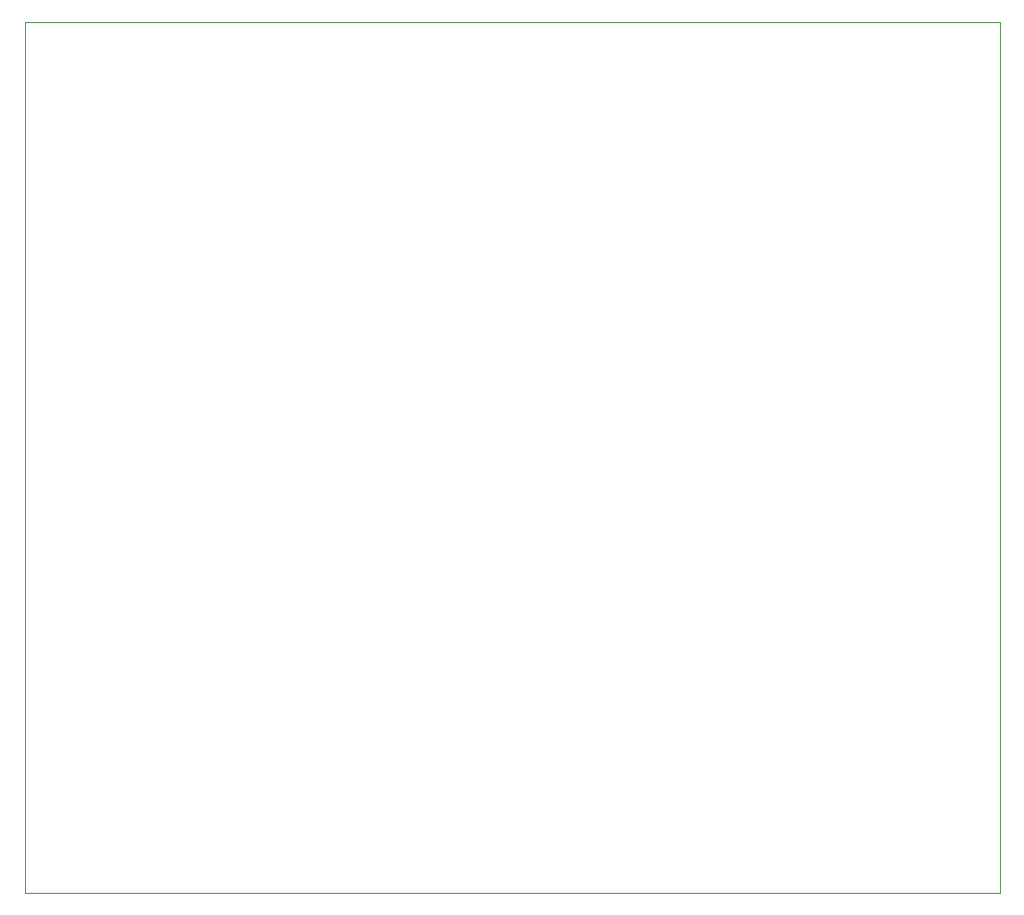
<source format=gbr>
%TF.GenerationSoftware,KiCad,Pcbnew,(5.1.9)-1*%
%TF.CreationDate,2021-09-13T17:44:50+02:00*%
%TF.ProjectId,Sterownik,53746572-6f77-46e6-996b-2e6b69636164,rev?*%
%TF.SameCoordinates,Original*%
%TF.FileFunction,Profile,NP*%
%FSLAX46Y46*%
G04 Gerber Fmt 4.6, Leading zero omitted, Abs format (unit mm)*
G04 Created by KiCad (PCBNEW (5.1.9)-1) date 2021-09-13 17:44:50*
%MOMM*%
%LPD*%
G01*
G04 APERTURE LIST*
%TA.AperFunction,Profile*%
%ADD10C,0.050000*%
%TD*%
G04 APERTURE END LIST*
D10*
X50800000Y-83312000D02*
X46482000Y-83312000D01*
X46482000Y-160020000D02*
X46482000Y-159766000D01*
X50800000Y-160020000D02*
X46482000Y-160020000D01*
X55118000Y-160020000D02*
X50800000Y-160020000D01*
X55118000Y-83312000D02*
X50800000Y-83312000D01*
X46482000Y-83312000D02*
X46482000Y-159766000D01*
X132334000Y-83312000D02*
X55118000Y-83312000D01*
X132334000Y-160020000D02*
X132334000Y-83312000D01*
X55118000Y-160020000D02*
X132334000Y-160020000D01*
M02*

</source>
